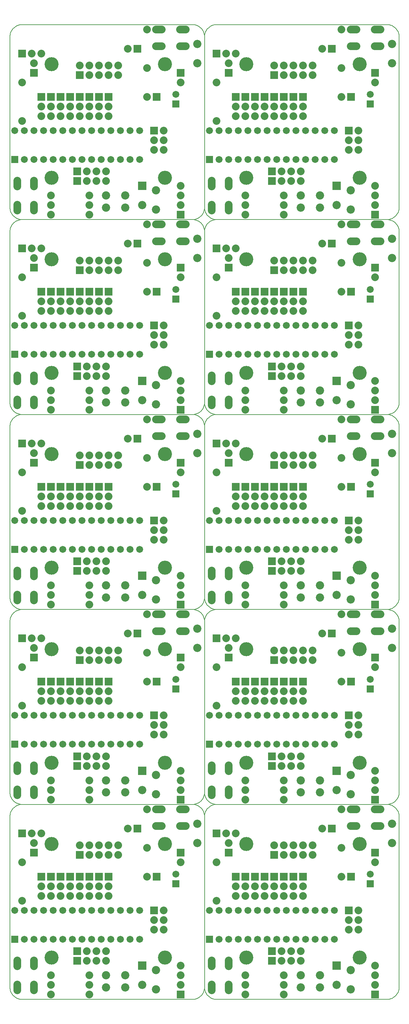
<source format=gts>
G04 CAM350 PRO V7.5.1 (Build 197) Date:  Wed Jun 01 08:59:28 2011 *
G04 Database: (Untitled) *
G04 Layer 4: skymega-Mask_Fr *
%FSLAX34Y34*%
%MOIN*%
%SFA1.000B1.000*%

%MIA0B0*%
%IPPOS*%
%ADD12C,0.00500*%
%ADD70R,0.08000X0.08000*%
%ADD71C,0.08000*%
%ADD25C,0.14600*%
%ADD26R,0.07200X0.07200*%
%ADD27C,0.07200*%
%ADD28O,0.14000X0.08000*%
%ADD29O,0.08000X0.14000*%
%ADD72R,0.08600X0.08600*%
%ADD73C,0.08600*%
%LNskymega-Mask_Fr*%
%LPD*%
G54D70*
X60500Y-43750D03*
G54D71*
Y-42750D03*
Y-41750D03*
Y-40750D03*
G54D25*
X58890Y-39920D03*
X47080Y-28110D03*
X58890D03*
G54D26*
X43250Y-38000D03*
G54D27*
X44250D03*
X45250D03*
X46250D03*
X47250D03*
X48250D03*
X49250D03*
X50250D03*
X51250D03*
X52250D03*
X53250D03*
X54250D03*
X55250D03*
X56250D03*
Y-35000D03*
X55250D03*
X54250D03*
X53250D03*
X52250D03*
X51250D03*
X50250D03*
X49250D03*
X48250D03*
X47250D03*
X46250D03*
X45250D03*
X44250D03*
X43250D03*
G54D25*
X47080Y-39920D03*
G54D70*
X50000Y-29250D03*
G54D71*
X51000D03*
X52000D03*
X53000D03*
X54000D03*
X50000Y-28250D03*
X51000D03*
X52000D03*
X53000D03*
X54000D03*
G54D28*
X58250Y-24500D03*
X60750D03*
X58250Y-26250D03*
X60750D03*
G54D29*
X45250Y-40500D03*
Y-43000D03*
X43500Y-40500D03*
Y-43000D03*
G54D70*
X46000Y-31500D03*
G54D71*
Y-32500D03*
Y-33500D03*
G54D70*
X47000Y-31500D03*
G54D71*
Y-32500D03*
Y-33500D03*
G54D70*
X48000Y-31500D03*
G54D71*
Y-32500D03*
Y-33500D03*
G54D70*
X49000Y-31500D03*
G54D71*
Y-32500D03*
Y-33500D03*
G54D70*
X50000Y-31500D03*
G54D71*
Y-32500D03*
Y-33500D03*
G54D70*
X51000Y-31500D03*
G54D71*
Y-32500D03*
Y-33500D03*
G54D70*
X52000Y-31500D03*
G54D71*
Y-32500D03*
Y-33500D03*
G54D70*
X53000Y-31500D03*
G54D71*
Y-32500D03*
Y-33500D03*
X51000Y-43750D03*
X47000D03*
X51000Y-41750D03*
X47000D03*
X51000Y-42750D03*
X47000D03*
X57000Y-24500D03*
Y-28500D03*
X44000Y-34000D03*
Y-30000D03*
G54D70*
X49750Y-39250D03*
G54D71*
X50750D03*
X51750D03*
X52750D03*
G54D70*
X49750Y-40250D03*
G54D71*
X50750D03*
X51750D03*
X52750D03*
G54D72*
X56500Y-40750D03*
G54D73*
Y-42750D03*
X54750Y-43000D03*
X52750D03*
X54750Y-41750D03*
X52750D03*
G54D27*
X60000Y-31250D03*
G54D26*
Y-32250D03*
G54D73*
X62250Y-28000D03*
Y-26000D03*
G54D70*
X56000Y-26500D03*
G54D71*
X55000D03*
G54D70*
X58000Y-31500D03*
G54D71*
X57000D03*
G54D70*
X60500Y-29000D03*
G54D71*
Y-30000D03*
G54D70*
X45250Y-29000D03*
G54D71*
Y-28000D03*
G54D70*
X44000Y-27000D03*
G54D71*
X45000D03*
X46000D03*
G54D70*
X57750Y-35000D03*
G54D71*
Y-36000D03*
Y-37000D03*
X58750Y-35000D03*
Y-36000D03*
Y-37000D03*
G54D73*
X57950Y-43200D03*
Y-41200D03*
G54D70*
X80750Y-43750D03*
G54D71*
Y-42750D03*
Y-41750D03*
Y-40750D03*
G54D25*
X79140Y-39920D03*
X67330Y-28110D03*
X79140D03*
G54D26*
X63500Y-38000D03*
G54D27*
X64500D03*
X65500D03*
X66500D03*
X67500D03*
X68500D03*
X69500D03*
X70500D03*
X71500D03*
X72500D03*
X73500D03*
X74500D03*
X75500D03*
X76500D03*
Y-35000D03*
X75500D03*
X74500D03*
X73500D03*
X72500D03*
X71500D03*
X70500D03*
X69500D03*
X68500D03*
X67500D03*
X66500D03*
X65500D03*
X64500D03*
X63500D03*
G54D25*
X67330Y-39920D03*
G54D70*
X70250Y-29250D03*
G54D71*
X71250D03*
X72250D03*
X73250D03*
X74250D03*
X70250Y-28250D03*
X71250D03*
X72250D03*
X73250D03*
X74250D03*
G54D28*
X78500Y-24500D03*
X81000D03*
X78500Y-26250D03*
X81000D03*
G54D29*
X65500Y-40500D03*
Y-43000D03*
X63750Y-40500D03*
Y-43000D03*
G54D70*
X66250Y-31500D03*
G54D71*
Y-32500D03*
Y-33500D03*
G54D70*
X67250Y-31500D03*
G54D71*
Y-32500D03*
Y-33500D03*
G54D70*
X68250Y-31500D03*
G54D71*
Y-32500D03*
Y-33500D03*
G54D70*
X69250Y-31500D03*
G54D71*
Y-32500D03*
Y-33500D03*
G54D70*
X70250Y-31500D03*
G54D71*
Y-32500D03*
Y-33500D03*
G54D70*
X71250Y-31500D03*
G54D71*
Y-32500D03*
Y-33500D03*
G54D70*
X72250Y-31500D03*
G54D71*
Y-32500D03*
Y-33500D03*
G54D70*
X73250Y-31500D03*
G54D71*
Y-32500D03*
Y-33500D03*
X71250Y-43750D03*
X67250D03*
X71250Y-41750D03*
X67250D03*
X71250Y-42750D03*
X67250D03*
X77250Y-24500D03*
Y-28500D03*
X64250Y-34000D03*
Y-30000D03*
G54D70*
X70000Y-39250D03*
G54D71*
X71000D03*
X72000D03*
X73000D03*
G54D70*
X70000Y-40250D03*
G54D71*
X71000D03*
X72000D03*
X73000D03*
G54D72*
X76750Y-40750D03*
G54D73*
Y-42750D03*
X75000Y-43000D03*
X73000D03*
X75000Y-41750D03*
X73000D03*
G54D27*
X80250Y-31250D03*
G54D26*
Y-32250D03*
G54D73*
X82500Y-28000D03*
Y-26000D03*
G54D70*
X76250Y-26500D03*
G54D71*
X75250D03*
G54D70*
X78250Y-31500D03*
G54D71*
X77250D03*
G54D70*
X80750Y-29000D03*
G54D71*
Y-30000D03*
G54D70*
X65500Y-29000D03*
G54D71*
Y-28000D03*
G54D70*
X64250Y-27000D03*
G54D71*
X65250D03*
X66250D03*
G54D70*
X78000Y-35000D03*
G54D71*
Y-36000D03*
Y-37000D03*
X79000Y-35000D03*
Y-36000D03*
Y-37000D03*
G54D73*
X78200Y-43200D03*
Y-41200D03*
G54D70*
X60500Y-23500D03*
G54D71*
Y-22500D03*
Y-21500D03*
Y-20500D03*
G54D25*
X58890Y-19670D03*
X47080Y-7860D03*
X58890D03*
G54D26*
X43250Y-17750D03*
G54D27*
X44250D03*
X45250D03*
X46250D03*
X47250D03*
X48250D03*
X49250D03*
X50250D03*
X51250D03*
X52250D03*
X53250D03*
X54250D03*
X55250D03*
X56250D03*
Y-14750D03*
X55250D03*
X54250D03*
X53250D03*
X52250D03*
X51250D03*
X50250D03*
X49250D03*
X48250D03*
X47250D03*
X46250D03*
X45250D03*
X44250D03*
X43250D03*
G54D25*
X47080Y-19670D03*
G54D70*
X50000Y-9000D03*
G54D71*
X51000D03*
X52000D03*
X53000D03*
X54000D03*
X50000Y-8000D03*
X51000D03*
X52000D03*
X53000D03*
X54000D03*
G54D28*
X58250Y-4250D03*
X60750D03*
X58250Y-6000D03*
X60750D03*
G54D29*
X45250Y-20250D03*
Y-22750D03*
X43500Y-20250D03*
Y-22750D03*
G54D70*
X46000Y-11250D03*
G54D71*
Y-12250D03*
Y-13250D03*
G54D70*
X47000Y-11250D03*
G54D71*
Y-12250D03*
Y-13250D03*
G54D70*
X48000Y-11250D03*
G54D71*
Y-12250D03*
Y-13250D03*
G54D70*
X49000Y-11250D03*
G54D71*
Y-12250D03*
Y-13250D03*
G54D70*
X50000Y-11250D03*
G54D71*
Y-12250D03*
Y-13250D03*
G54D70*
X51000Y-11250D03*
G54D71*
Y-12250D03*
Y-13250D03*
G54D70*
X52000Y-11250D03*
G54D71*
Y-12250D03*
Y-13250D03*
G54D70*
X53000Y-11250D03*
G54D71*
Y-12250D03*
Y-13250D03*
X51000Y-23500D03*
X47000D03*
X51000Y-21500D03*
X47000D03*
X51000Y-22500D03*
X47000D03*
X57000Y-4250D03*
Y-8250D03*
X44000Y-13750D03*
Y-9750D03*
G54D70*
X49750Y-19000D03*
G54D71*
X50750D03*
X51750D03*
X52750D03*
G54D70*
X49750Y-20000D03*
G54D71*
X50750D03*
X51750D03*
X52750D03*
G54D72*
X56500Y-20500D03*
G54D73*
Y-22500D03*
X54750Y-22750D03*
X52750D03*
X54750Y-21500D03*
X52750D03*
G54D27*
X60000Y-11000D03*
G54D26*
Y-12000D03*
G54D73*
X62250Y-7750D03*
Y-5750D03*
G54D70*
X56000Y-6250D03*
G54D71*
X55000D03*
G54D70*
X58000Y-11250D03*
G54D71*
X57000D03*
G54D70*
X60500Y-8750D03*
G54D71*
Y-9750D03*
G54D70*
X45250Y-8750D03*
G54D71*
Y-7750D03*
G54D70*
X44000Y-6750D03*
G54D71*
X45000D03*
X46000D03*
G54D70*
X57750Y-14750D03*
G54D71*
Y-15750D03*
Y-16750D03*
X58750Y-14750D03*
Y-15750D03*
Y-16750D03*
G54D73*
X57950Y-22950D03*
Y-20950D03*
G54D70*
X80750Y-23500D03*
G54D71*
Y-22500D03*
Y-21500D03*
Y-20500D03*
G54D25*
X79140Y-19670D03*
X67330Y-7860D03*
X79140D03*
G54D26*
X63500Y-17750D03*
G54D27*
X64500D03*
X65500D03*
X66500D03*
X67500D03*
X68500D03*
X69500D03*
X70500D03*
X71500D03*
X72500D03*
X73500D03*
X74500D03*
X75500D03*
X76500D03*
Y-14750D03*
X75500D03*
X74500D03*
X73500D03*
X72500D03*
X71500D03*
X70500D03*
X69500D03*
X68500D03*
X67500D03*
X66500D03*
X65500D03*
X64500D03*
X63500D03*
G54D25*
X67330Y-19670D03*
G54D70*
X70250Y-9000D03*
G54D71*
X71250D03*
X72250D03*
X73250D03*
X74250D03*
X70250Y-8000D03*
X71250D03*
X72250D03*
X73250D03*
X74250D03*
G54D28*
X78500Y-4250D03*
X81000D03*
X78500Y-6000D03*
X81000D03*
G54D29*
X65500Y-20250D03*
Y-22750D03*
X63750Y-20250D03*
Y-22750D03*
G54D70*
X66250Y-11250D03*
G54D71*
Y-12250D03*
Y-13250D03*
G54D70*
X67250Y-11250D03*
G54D71*
Y-12250D03*
Y-13250D03*
G54D70*
X68250Y-11250D03*
G54D71*
Y-12250D03*
Y-13250D03*
G54D70*
X69250Y-11250D03*
G54D71*
Y-12250D03*
Y-13250D03*
G54D70*
X70250Y-11250D03*
G54D71*
Y-12250D03*
Y-13250D03*
G54D70*
X71250Y-11250D03*
G54D71*
Y-12250D03*
Y-13250D03*
G54D70*
X72250Y-11250D03*
G54D71*
Y-12250D03*
Y-13250D03*
G54D70*
X73250Y-11250D03*
G54D71*
Y-12250D03*
Y-13250D03*
X71250Y-23500D03*
X67250D03*
X71250Y-21500D03*
X67250D03*
X71250Y-22500D03*
X67250D03*
X77250Y-4250D03*
Y-8250D03*
X64250Y-13750D03*
Y-9750D03*
G54D70*
X70000Y-19000D03*
G54D71*
X71000D03*
X72000D03*
X73000D03*
G54D70*
X70000Y-20000D03*
G54D71*
X71000D03*
X72000D03*
X73000D03*
G54D72*
X76750Y-20500D03*
G54D73*
Y-22500D03*
X75000Y-22750D03*
X73000D03*
X75000Y-21500D03*
X73000D03*
G54D27*
X80250Y-11000D03*
G54D26*
Y-12000D03*
G54D73*
X82500Y-7750D03*
Y-5750D03*
G54D70*
X76250Y-6250D03*
G54D71*
X75250D03*
G54D70*
X78250Y-11250D03*
G54D71*
X77250D03*
G54D70*
X80750Y-8750D03*
G54D71*
Y-9750D03*
G54D70*
X65500Y-8750D03*
G54D71*
Y-7750D03*
G54D70*
X64250Y-6750D03*
G54D71*
X65250D03*
X66250D03*
G54D70*
X78000Y-14750D03*
G54D71*
Y-15750D03*
Y-16750D03*
X79000Y-14750D03*
Y-15750D03*
Y-16750D03*
G54D73*
X78200Y-22950D03*
Y-20950D03*
G54D70*
X60500Y-3250D03*
G54D71*
Y-2250D03*
Y-1250D03*
Y-250D03*
G54D25*
X58890Y580D03*
X47080Y12390D03*
X58890D03*
G54D26*
X43250Y2500D03*
G54D27*
X44250D03*
X45250D03*
X46250D03*
X47250D03*
X48250D03*
X49250D03*
X50250D03*
X51250D03*
X52250D03*
X53250D03*
X54250D03*
X55250D03*
X56250D03*
Y5500D03*
X55250D03*
X54250D03*
X53250D03*
X52250D03*
X51250D03*
X50250D03*
X49250D03*
X48250D03*
X47250D03*
X46250D03*
X45250D03*
X44250D03*
X43250D03*
G54D25*
X47080Y580D03*
G54D70*
X50000Y11250D03*
G54D71*
X51000D03*
X52000D03*
X53000D03*
X54000D03*
X50000Y12250D03*
X51000D03*
X52000D03*
X53000D03*
X54000D03*
G54D28*
X58250Y16000D03*
X60750D03*
X58250Y14250D03*
X60750D03*
G54D29*
X45250Y0D03*
Y-2500D03*
X43500Y0D03*
Y-2500D03*
G54D70*
X46000Y9000D03*
G54D71*
Y8000D03*
Y7000D03*
G54D70*
X47000Y9000D03*
G54D71*
Y8000D03*
Y7000D03*
G54D70*
X48000Y9000D03*
G54D71*
Y8000D03*
Y7000D03*
G54D70*
X49000Y9000D03*
G54D71*
Y8000D03*
Y7000D03*
G54D70*
X50000Y9000D03*
G54D71*
Y8000D03*
Y7000D03*
G54D70*
X51000Y9000D03*
G54D71*
Y8000D03*
Y7000D03*
G54D70*
X52000Y9000D03*
G54D71*
Y8000D03*
Y7000D03*
G54D70*
X53000Y9000D03*
G54D71*
Y8000D03*
Y7000D03*
X51000Y-3250D03*
X47000D03*
X51000Y-1250D03*
X47000D03*
X51000Y-2250D03*
X47000D03*
X57000Y16000D03*
Y12000D03*
X44000Y6500D03*
Y10500D03*
G54D70*
X49750Y1250D03*
G54D71*
X50750D03*
X51750D03*
X52750D03*
G54D70*
X49750Y250D03*
G54D71*
X50750D03*
X51750D03*
X52750D03*
G54D72*
X56500Y-250D03*
G54D73*
Y-2250D03*
X54750Y-2500D03*
X52750D03*
X54750Y-1250D03*
X52750D03*
G54D27*
X60000Y9250D03*
G54D26*
Y8250D03*
G54D73*
X62250Y12500D03*
Y14500D03*
G54D70*
X56000Y14000D03*
G54D71*
X55000D03*
G54D70*
X58000Y9000D03*
G54D71*
X57000D03*
G54D70*
X60500Y11500D03*
G54D71*
Y10500D03*
G54D70*
X45250Y11500D03*
G54D71*
Y12500D03*
G54D70*
X44000Y13500D03*
G54D71*
X45000D03*
X46000D03*
G54D70*
X57750Y5500D03*
G54D71*
Y4500D03*
Y3500D03*
X58750Y5500D03*
Y4500D03*
Y3500D03*
G54D73*
X57950Y-2700D03*
Y-700D03*
G54D70*
X80750Y-3250D03*
G54D71*
Y-2250D03*
Y-1250D03*
Y-250D03*
G54D25*
X79140Y580D03*
X67330Y12390D03*
X79140D03*
G54D26*
X63500Y2500D03*
G54D27*
X64500D03*
X65500D03*
X66500D03*
X67500D03*
X68500D03*
X69500D03*
X70500D03*
X71500D03*
X72500D03*
X73500D03*
X74500D03*
X75500D03*
X76500D03*
Y5500D03*
X75500D03*
X74500D03*
X73500D03*
X72500D03*
X71500D03*
X70500D03*
X69500D03*
X68500D03*
X67500D03*
X66500D03*
X65500D03*
X64500D03*
X63500D03*
G54D25*
X67330Y580D03*
G54D70*
X70250Y11250D03*
G54D71*
X71250D03*
X72250D03*
X73250D03*
X74250D03*
X70250Y12250D03*
X71250D03*
X72250D03*
X73250D03*
X74250D03*
G54D28*
X78500Y16000D03*
X81000D03*
X78500Y14250D03*
X81000D03*
G54D29*
X65500Y0D03*
Y-2500D03*
X63750Y0D03*
Y-2500D03*
G54D70*
X66250Y9000D03*
G54D71*
Y8000D03*
Y7000D03*
G54D70*
X67250Y9000D03*
G54D71*
Y8000D03*
Y7000D03*
G54D70*
X68250Y9000D03*
G54D71*
Y8000D03*
Y7000D03*
G54D70*
X69250Y9000D03*
G54D71*
Y8000D03*
Y7000D03*
G54D70*
X70250Y9000D03*
G54D71*
Y8000D03*
Y7000D03*
G54D70*
X71250Y9000D03*
G54D71*
Y8000D03*
Y7000D03*
G54D70*
X72250Y9000D03*
G54D71*
Y8000D03*
Y7000D03*
G54D70*
X73250Y9000D03*
G54D71*
Y8000D03*
Y7000D03*
X71250Y-3250D03*
X67250D03*
X71250Y-1250D03*
X67250D03*
X71250Y-2250D03*
X67250D03*
X77250Y16000D03*
Y12000D03*
X64250Y6500D03*
Y10500D03*
G54D70*
X70000Y1250D03*
G54D71*
X71000D03*
X72000D03*
X73000D03*
G54D70*
X70000Y250D03*
G54D71*
X71000D03*
X72000D03*
X73000D03*
G54D72*
X76750Y-250D03*
G54D73*
Y-2250D03*
X75000Y-2500D03*
X73000D03*
X75000Y-1250D03*
X73000D03*
G54D27*
X80250Y9250D03*
G54D26*
Y8250D03*
G54D73*
X82500Y12500D03*
Y14500D03*
G54D70*
X76250Y14000D03*
G54D71*
X75250D03*
G54D70*
X78250Y9000D03*
G54D71*
X77250D03*
G54D70*
X80750Y11500D03*
G54D71*
Y10500D03*
G54D70*
X65500Y11500D03*
G54D71*
Y12500D03*
G54D70*
X64250Y13500D03*
G54D71*
X65250D03*
X66250D03*
G54D70*
X78000Y5500D03*
G54D71*
Y4500D03*
Y3500D03*
X79000Y5500D03*
Y4500D03*
Y3500D03*
G54D73*
X78200Y-2700D03*
Y-700D03*
G54D70*
X60500Y17000D03*
G54D71*
Y18000D03*
Y19000D03*
Y20000D03*
G54D25*
X58890Y20830D03*
X47080Y32640D03*
X58890D03*
G54D26*
X43250Y22750D03*
G54D27*
X44250D03*
X45250D03*
X46250D03*
X47250D03*
X48250D03*
X49250D03*
X50250D03*
X51250D03*
X52250D03*
X53250D03*
X54250D03*
X55250D03*
X56250D03*
Y25750D03*
X55250D03*
X54250D03*
X53250D03*
X52250D03*
X51250D03*
X50250D03*
X49250D03*
X48250D03*
X47250D03*
X46250D03*
X45250D03*
X44250D03*
X43250D03*
G54D25*
X47080Y20830D03*
G54D70*
X50000Y31500D03*
G54D71*
X51000D03*
X52000D03*
X53000D03*
X54000D03*
X50000Y32500D03*
X51000D03*
X52000D03*
X53000D03*
X54000D03*
G54D28*
X58250Y36250D03*
X60750D03*
X58250Y34500D03*
X60750D03*
G54D29*
X45250Y20250D03*
Y17750D03*
X43500Y20250D03*
Y17750D03*
G54D70*
X46000Y29250D03*
G54D71*
Y28250D03*
Y27250D03*
G54D70*
X47000Y29250D03*
G54D71*
Y28250D03*
Y27250D03*
G54D70*
X48000Y29250D03*
G54D71*
Y28250D03*
Y27250D03*
G54D70*
X49000Y29250D03*
G54D71*
Y28250D03*
Y27250D03*
G54D70*
X50000Y29250D03*
G54D71*
Y28250D03*
Y27250D03*
G54D70*
X51000Y29250D03*
G54D71*
Y28250D03*
Y27250D03*
G54D70*
X52000Y29250D03*
G54D71*
Y28250D03*
Y27250D03*
G54D70*
X53000Y29250D03*
G54D71*
Y28250D03*
Y27250D03*
X51000Y17000D03*
X47000D03*
X51000Y19000D03*
X47000D03*
X51000Y18000D03*
X47000D03*
X57000Y36250D03*
Y32250D03*
X44000Y26750D03*
Y30750D03*
G54D70*
X49750Y21500D03*
G54D71*
X50750D03*
X51750D03*
X52750D03*
G54D70*
X49750Y20500D03*
G54D71*
X50750D03*
X51750D03*
X52750D03*
G54D72*
X56500Y20000D03*
G54D73*
Y18000D03*
X54750Y17750D03*
X52750D03*
X54750Y19000D03*
X52750D03*
G54D27*
X60000Y29500D03*
G54D26*
Y28500D03*
G54D73*
X62250Y32750D03*
Y34750D03*
G54D70*
X56000Y34250D03*
G54D71*
X55000D03*
G54D70*
X58000Y29250D03*
G54D71*
X57000D03*
G54D70*
X60500Y31750D03*
G54D71*
Y30750D03*
G54D70*
X45250Y31750D03*
G54D71*
Y32750D03*
G54D70*
X44000Y33750D03*
G54D71*
X45000D03*
X46000D03*
G54D70*
X57750Y25750D03*
G54D71*
Y24750D03*
Y23750D03*
X58750Y25750D03*
Y24750D03*
Y23750D03*
G54D73*
X57950Y17550D03*
Y19550D03*
G54D70*
X80750Y17000D03*
G54D71*
Y18000D03*
Y19000D03*
Y20000D03*
G54D25*
X79140Y20830D03*
X67330Y32640D03*
X79140D03*
G54D26*
X63500Y22750D03*
G54D27*
X64500D03*
X65500D03*
X66500D03*
X67500D03*
X68500D03*
X69500D03*
X70500D03*
X71500D03*
X72500D03*
X73500D03*
X74500D03*
X75500D03*
X76500D03*
Y25750D03*
X75500D03*
X74500D03*
X73500D03*
X72500D03*
X71500D03*
X70500D03*
X69500D03*
X68500D03*
X67500D03*
X66500D03*
X65500D03*
X64500D03*
X63500D03*
G54D25*
X67330Y20830D03*
G54D70*
X70250Y31500D03*
G54D71*
X71250D03*
X72250D03*
X73250D03*
X74250D03*
X70250Y32500D03*
X71250D03*
X72250D03*
X73250D03*
X74250D03*
G54D28*
X78500Y36250D03*
X81000D03*
X78500Y34500D03*
X81000D03*
G54D29*
X65500Y20250D03*
Y17750D03*
X63750Y20250D03*
Y17750D03*
G54D70*
X66250Y29250D03*
G54D71*
Y28250D03*
Y27250D03*
G54D70*
X67250Y29250D03*
G54D71*
Y28250D03*
Y27250D03*
G54D70*
X68250Y29250D03*
G54D71*
Y28250D03*
Y27250D03*
G54D70*
X69250Y29250D03*
G54D71*
Y28250D03*
Y27250D03*
G54D70*
X70250Y29250D03*
G54D71*
Y28250D03*
Y27250D03*
G54D70*
X71250Y29250D03*
G54D71*
Y28250D03*
Y27250D03*
G54D70*
X72250Y29250D03*
G54D71*
Y28250D03*
Y27250D03*
G54D70*
X73250Y29250D03*
G54D71*
Y28250D03*
Y27250D03*
X71250Y17000D03*
X67250D03*
X71250Y19000D03*
X67250D03*
X71250Y18000D03*
X67250D03*
X77250Y36250D03*
Y32250D03*
X64250Y26750D03*
Y30750D03*
G54D70*
X70000Y21500D03*
G54D71*
X71000D03*
X72000D03*
X73000D03*
G54D70*
X70000Y20500D03*
G54D71*
X71000D03*
X72000D03*
X73000D03*
G54D72*
X76750Y20000D03*
G54D73*
Y18000D03*
X75000Y17750D03*
X73000D03*
X75000Y19000D03*
X73000D03*
G54D27*
X80250Y29500D03*
G54D26*
Y28500D03*
G54D73*
X82500Y32750D03*
Y34750D03*
G54D70*
X76250Y34250D03*
G54D71*
X75250D03*
G54D70*
X78250Y29250D03*
G54D71*
X77250D03*
G54D70*
X80750Y31750D03*
G54D71*
Y30750D03*
G54D70*
X65500Y31750D03*
G54D71*
Y32750D03*
G54D70*
X64250Y33750D03*
G54D71*
X65250D03*
X66250D03*
G54D70*
X78000Y25750D03*
G54D71*
Y24750D03*
Y23750D03*
X79000Y25750D03*
Y24750D03*
Y23750D03*
G54D73*
X78200Y17550D03*
Y19550D03*
G54D70*
X60500Y37250D03*
G54D71*
Y38250D03*
Y39250D03*
Y40250D03*
G54D25*
X58890Y41080D03*
X47080Y52890D03*
X58890D03*
G54D26*
X43250Y43000D03*
G54D27*
X44250D03*
X45250D03*
X46250D03*
X47250D03*
X48250D03*
X49250D03*
X50250D03*
X51250D03*
X52250D03*
X53250D03*
X54250D03*
X55250D03*
X56250D03*
Y46000D03*
X55250D03*
X54250D03*
X53250D03*
X52250D03*
X51250D03*
X50250D03*
X49250D03*
X48250D03*
X47250D03*
X46250D03*
X45250D03*
X44250D03*
X43250D03*
G54D25*
X47080Y41080D03*
G54D70*
X50000Y51750D03*
G54D71*
X51000D03*
X52000D03*
X53000D03*
X54000D03*
X50000Y52750D03*
X51000D03*
X52000D03*
X53000D03*
X54000D03*
G54D28*
X58250Y56500D03*
X60750D03*
X58250Y54750D03*
X60750D03*
G54D29*
X45250Y40500D03*
Y38000D03*
X43500Y40500D03*
Y38000D03*
G54D70*
X46000Y49500D03*
G54D71*
Y48500D03*
Y47500D03*
G54D70*
X47000Y49500D03*
G54D71*
Y48500D03*
Y47500D03*
G54D70*
X48000Y49500D03*
G54D71*
Y48500D03*
Y47500D03*
G54D70*
X49000Y49500D03*
G54D71*
Y48500D03*
Y47500D03*
G54D70*
X50000Y49500D03*
G54D71*
Y48500D03*
Y47500D03*
G54D70*
X51000Y49500D03*
G54D71*
Y48500D03*
Y47500D03*
G54D70*
X52000Y49500D03*
G54D71*
Y48500D03*
Y47500D03*
G54D70*
X53000Y49500D03*
G54D71*
Y48500D03*
Y47500D03*
X51000Y37250D03*
X47000D03*
X51000Y39250D03*
X47000D03*
X51000Y38250D03*
X47000D03*
X57000Y56500D03*
Y52500D03*
X44000Y47000D03*
Y51000D03*
G54D70*
X49750Y41750D03*
G54D71*
X50750D03*
X51750D03*
X52750D03*
G54D70*
X49750Y40750D03*
G54D71*
X50750D03*
X51750D03*
X52750D03*
G54D72*
X56500Y40250D03*
G54D73*
Y38250D03*
X54750Y38000D03*
X52750D03*
X54750Y39250D03*
X52750D03*
G54D27*
X60000Y49750D03*
G54D26*
Y48750D03*
G54D73*
X62250Y53000D03*
Y55000D03*
G54D70*
X56000Y54500D03*
G54D71*
X55000D03*
G54D70*
X58000Y49500D03*
G54D71*
X57000D03*
G54D70*
X60500Y52000D03*
G54D71*
Y51000D03*
G54D70*
X45250Y52000D03*
G54D71*
Y53000D03*
G54D70*
X44000Y54000D03*
G54D71*
X45000D03*
X46000D03*
G54D70*
X57750Y46000D03*
G54D71*
Y45000D03*
Y44000D03*
X58750Y46000D03*
Y45000D03*
Y44000D03*
G54D73*
X57950Y37800D03*
Y39800D03*
G54D70*
X80750Y37250D03*
G54D71*
Y38250D03*
Y39250D03*
Y40250D03*
G54D25*
X79140Y41080D03*
X67330Y52890D03*
X79140D03*
G54D26*
X63500Y43000D03*
G54D27*
X64500D03*
X65500D03*
X66500D03*
X67500D03*
X68500D03*
X69500D03*
X70500D03*
X71500D03*
X72500D03*
X73500D03*
X74500D03*
X75500D03*
X76500D03*
Y46000D03*
X75500D03*
X74500D03*
X73500D03*
X72500D03*
X71500D03*
X70500D03*
X69500D03*
X68500D03*
X67500D03*
X66500D03*
X65500D03*
X64500D03*
X63500D03*
G54D25*
X67330Y41080D03*
G54D70*
X70250Y51750D03*
G54D71*
X71250D03*
X72250D03*
X73250D03*
X74250D03*
X70250Y52750D03*
X71250D03*
X72250D03*
X73250D03*
X74250D03*
G54D28*
X78500Y56500D03*
X81000D03*
X78500Y54750D03*
X81000D03*
G54D29*
X65500Y40500D03*
Y38000D03*
X63750Y40500D03*
Y38000D03*
G54D70*
X66250Y49500D03*
G54D71*
Y48500D03*
Y47500D03*
G54D70*
X67250Y49500D03*
G54D71*
Y48500D03*
Y47500D03*
G54D70*
X68250Y49500D03*
G54D71*
Y48500D03*
Y47500D03*
G54D70*
X69250Y49500D03*
G54D71*
Y48500D03*
Y47500D03*
G54D70*
X70250Y49500D03*
G54D71*
Y48500D03*
Y47500D03*
G54D70*
X71250Y49500D03*
G54D71*
Y48500D03*
Y47500D03*
G54D70*
X72250Y49500D03*
G54D71*
Y48500D03*
Y47500D03*
G54D70*
X73250Y49500D03*
G54D71*
Y48500D03*
Y47500D03*
X71250Y37250D03*
X67250D03*
X71250Y39250D03*
X67250D03*
X71250Y38250D03*
X67250D03*
X77250Y56500D03*
Y52500D03*
X64250Y47000D03*
Y51000D03*
G54D70*
X70000Y41750D03*
G54D71*
X71000D03*
X72000D03*
X73000D03*
G54D70*
X70000Y40750D03*
G54D71*
X71000D03*
X72000D03*
X73000D03*
G54D72*
X76750Y40250D03*
G54D73*
Y38250D03*
X75000Y38000D03*
X73000D03*
X75000Y39250D03*
X73000D03*
G54D27*
X80250Y49750D03*
G54D26*
Y48750D03*
G54D73*
X82500Y53000D03*
Y55000D03*
G54D70*
X76250Y54500D03*
G54D71*
X75250D03*
G54D70*
X78250Y49500D03*
G54D71*
X77250D03*
G54D70*
X80750Y52000D03*
G54D71*
Y51000D03*
G54D70*
X65500Y52000D03*
G54D71*
Y53000D03*
G54D70*
X64250Y54000D03*
G54D71*
X65250D03*
X66250D03*
G54D70*
X78000Y46000D03*
G54D71*
Y45000D03*
Y44000D03*
X79000Y46000D03*
Y45000D03*
Y44000D03*
G54D73*
X78200Y37800D03*
Y39800D03*
G54D12*
X44000Y-24000D02*
G01X61750D01*
X42750Y-25250D02*
G01Y-43000D01*
X44000Y-24000D02*
G01X43892Y-24005D01*
X43783Y-24019*
X43677Y-24043*
X43573Y-24076*
X43472Y-24118*
X43376Y-24168*
X43284Y-24227*
X43197Y-24293*
X43117Y-24367*
X43043Y-24447*
X42977Y-24534*
X42918Y-24626*
X42868Y-24722*
X42826Y-24823*
X42793Y-24927*
X42769Y-25033*
X42755Y-25142*
X42750Y-25250*
X63000Y-43000D02*
G01Y-25250D01*
Y-25250D02*
G01X62995Y-25142D01*
X62981Y-25033*
X62957Y-24927*
X62924Y-24823*
X62882Y-24722*
X62832Y-24626*
X62773Y-24534*
X62707Y-24447*
X62633Y-24367*
X62553Y-24293*
X62466Y-24227*
X62375Y-24168*
X62278Y-24118*
X62177Y-24076*
X62073Y-24043*
X61967Y-24019*
X61858Y-24005*
X61750Y-24000*
X44000Y-44250D02*
G01X61750D01*
Y-44250D02*
G01X61858Y-44245D01*
X61967Y-44231*
X62073Y-44207*
X62177Y-44174*
X62278Y-44132*
X62375Y-44082*
X62466Y-44023*
X62553Y-43957*
X62633Y-43883*
X62707Y-43803*
X62773Y-43716*
X62832Y-43624*
X62882Y-43528*
X62924Y-43427*
X62957Y-43323*
X62981Y-43217*
X62995Y-43108*
X63000Y-43000*
X42750D02*
G01X42755Y-43108D01*
X42769Y-43217*
X42793Y-43323*
X42826Y-43427*
X42868Y-43528*
X42918Y-43624*
X42977Y-43716*
X43043Y-43803*
X43117Y-43883*
X43197Y-43957*
X43284Y-44023*
X43376Y-44082*
X43472Y-44132*
X43573Y-44174*
X43677Y-44207*
X43783Y-44231*
X43892Y-44245*
X44000Y-44250*
X64250Y-24000D02*
G01X82000D01*
X63000Y-25250D02*
G01Y-43000D01*
X64250Y-24000D02*
G01X64142Y-24005D01*
X64033Y-24019*
X63927Y-24043*
X63823Y-24076*
X63722Y-24118*
X63626Y-24168*
X63534Y-24227*
X63447Y-24293*
X63367Y-24367*
X63293Y-24447*
X63227Y-24534*
X63168Y-24626*
X63118Y-24722*
X63076Y-24823*
X63043Y-24927*
X63019Y-25033*
X63005Y-25142*
X63000Y-25250*
X83250Y-43000D02*
G01Y-25250D01*
Y-25250D02*
G01X83245Y-25142D01*
X83231Y-25033*
X83207Y-24927*
X83174Y-24823*
X83132Y-24722*
X83082Y-24626*
X83023Y-24534*
X82957Y-24447*
X82883Y-24367*
X82803Y-24293*
X82716Y-24227*
X82625Y-24168*
X82528Y-24118*
X82427Y-24076*
X82323Y-24043*
X82217Y-24019*
X82108Y-24005*
X82000Y-24000*
X64250Y-44250D02*
G01X82000D01*
Y-44250D02*
G01X82108Y-44245D01*
X82217Y-44231*
X82323Y-44207*
X82427Y-44174*
X82528Y-44132*
X82625Y-44082*
X82716Y-44023*
X82803Y-43957*
X82883Y-43883*
X82957Y-43803*
X83023Y-43716*
X83082Y-43624*
X83132Y-43528*
X83174Y-43427*
X83207Y-43323*
X83231Y-43217*
X83245Y-43108*
X83250Y-43000*
X63000D02*
G01X63005Y-43108D01*
X63019Y-43217*
X63043Y-43323*
X63076Y-43427*
X63118Y-43528*
X63168Y-43624*
X63227Y-43716*
X63293Y-43803*
X63367Y-43883*
X63447Y-43957*
X63534Y-44023*
X63626Y-44082*
X63722Y-44132*
X63823Y-44174*
X63927Y-44207*
X64033Y-44231*
X64142Y-44245*
X64250Y-44250*
X44000Y-3750D02*
G01X61750D01*
X42750Y-5000D02*
G01Y-22750D01*
X44000Y-3750D02*
G01X43892Y-3755D01*
X43783Y-3769*
X43677Y-3793*
X43573Y-3826*
X43472Y-3868*
X43376Y-3918*
X43284Y-3977*
X43197Y-4043*
X43117Y-4117*
X43043Y-4197*
X42977Y-4284*
X42918Y-4376*
X42868Y-4472*
X42826Y-4573*
X42793Y-4677*
X42769Y-4783*
X42755Y-4892*
X42750Y-5000*
X63000Y-22750D02*
G01Y-5000D01*
Y-5000D02*
G01X62995Y-4892D01*
X62981Y-4783*
X62957Y-4677*
X62924Y-4573*
X62882Y-4472*
X62832Y-4376*
X62773Y-4284*
X62707Y-4197*
X62633Y-4117*
X62553Y-4043*
X62466Y-3977*
X62375Y-3918*
X62278Y-3868*
X62177Y-3826*
X62073Y-3793*
X61967Y-3769*
X61858Y-3755*
X61750Y-3750*
X44000Y-24000D02*
G01X61750D01*
Y-24000D02*
G01X61858Y-23995D01*
X61967Y-23981*
X62073Y-23957*
X62177Y-23924*
X62278Y-23882*
X62375Y-23832*
X62466Y-23773*
X62553Y-23707*
X62633Y-23633*
X62707Y-23553*
X62773Y-23466*
X62832Y-23374*
X62882Y-23278*
X62924Y-23177*
X62957Y-23073*
X62981Y-22967*
X62995Y-22858*
X63000Y-22750*
X42750D02*
G01X42755Y-22858D01*
X42769Y-22967*
X42793Y-23073*
X42826Y-23177*
X42868Y-23278*
X42918Y-23374*
X42977Y-23466*
X43043Y-23553*
X43117Y-23633*
X43197Y-23707*
X43284Y-23773*
X43376Y-23832*
X43472Y-23882*
X43573Y-23924*
X43677Y-23957*
X43783Y-23981*
X43892Y-23995*
X44000Y-24000*
X64250Y-3750D02*
G01X82000D01*
X63000Y-5000D02*
G01Y-22750D01*
X64250Y-3750D02*
G01X64142Y-3755D01*
X64033Y-3769*
X63927Y-3793*
X63823Y-3826*
X63722Y-3868*
X63626Y-3918*
X63534Y-3977*
X63447Y-4043*
X63367Y-4117*
X63293Y-4197*
X63227Y-4284*
X63168Y-4376*
X63118Y-4472*
X63076Y-4573*
X63043Y-4677*
X63019Y-4783*
X63005Y-4892*
X63000Y-5000*
X83250Y-22750D02*
G01Y-5000D01*
Y-5000D02*
G01X83245Y-4892D01*
X83231Y-4783*
X83207Y-4677*
X83174Y-4573*
X83132Y-4472*
X83082Y-4376*
X83023Y-4284*
X82957Y-4197*
X82883Y-4117*
X82803Y-4043*
X82716Y-3977*
X82625Y-3918*
X82528Y-3868*
X82427Y-3826*
X82323Y-3793*
X82217Y-3769*
X82108Y-3755*
X82000Y-3750*
X64250Y-24000D02*
G01X82000D01*
Y-24000D02*
G01X82108Y-23995D01*
X82217Y-23981*
X82323Y-23957*
X82427Y-23924*
X82528Y-23882*
X82625Y-23832*
X82716Y-23773*
X82803Y-23707*
X82883Y-23633*
X82957Y-23553*
X83023Y-23466*
X83082Y-23374*
X83132Y-23278*
X83174Y-23177*
X83207Y-23073*
X83231Y-22967*
X83245Y-22858*
X83250Y-22750*
X63000D02*
G01X63005Y-22858D01*
X63019Y-22967*
X63043Y-23073*
X63076Y-23177*
X63118Y-23278*
X63168Y-23374*
X63227Y-23466*
X63293Y-23553*
X63367Y-23633*
X63447Y-23707*
X63534Y-23773*
X63626Y-23832*
X63722Y-23882*
X63823Y-23924*
X63927Y-23957*
X64033Y-23981*
X64142Y-23995*
X64250Y-24000*
X44000Y16500D02*
G01X61750D01*
X42750Y15250D02*
G01Y-2500D01*
X44000Y16500D02*
G01X43892Y16495D01*
X43783Y16481*
X43677Y16457*
X43573Y16424*
X43472Y16382*
X43376Y16332*
X43284Y16273*
X43197Y16207*
X43117Y16133*
X43043Y16053*
X42977Y15966*
X42918Y15874*
X42868Y15778*
X42826Y15677*
X42793Y15573*
X42769Y15467*
X42755Y15358*
X42750Y15250*
X63000Y-2500D02*
G01Y15250D01*
Y15250D02*
G01X62995Y15358D01*
X62981Y15467*
X62957Y15573*
X62924Y15677*
X62882Y15778*
X62832Y15874*
X62773Y15966*
X62707Y16053*
X62633Y16133*
X62553Y16207*
X62466Y16273*
X62375Y16332*
X62278Y16382*
X62177Y16424*
X62073Y16457*
X61967Y16481*
X61858Y16495*
X61750Y16500*
X44000Y-3750D02*
G01X61750D01*
Y-3750D02*
G01X61858Y-3745D01*
X61967Y-3731*
X62073Y-3707*
X62177Y-3674*
X62278Y-3632*
X62375Y-3582*
X62466Y-3523*
X62553Y-3457*
X62633Y-3383*
X62707Y-3303*
X62773Y-3216*
X62832Y-3124*
X62882Y-3028*
X62924Y-2927*
X62957Y-2823*
X62981Y-2717*
X62995Y-2608*
X63000Y-2500*
X42750D02*
G01X42755Y-2608D01*
X42769Y-2717*
X42793Y-2823*
X42826Y-2927*
X42868Y-3028*
X42918Y-3124*
X42977Y-3216*
X43043Y-3303*
X43117Y-3383*
X43197Y-3457*
X43284Y-3523*
X43376Y-3582*
X43472Y-3632*
X43573Y-3674*
X43677Y-3707*
X43783Y-3731*
X43892Y-3745*
X44000Y-3750*
X64250Y16500D02*
G01X82000D01*
X63000Y15250D02*
G01Y-2500D01*
X64250Y16500D02*
G01X64142Y16495D01*
X64033Y16481*
X63927Y16457*
X63823Y16424*
X63722Y16382*
X63626Y16332*
X63534Y16273*
X63447Y16207*
X63367Y16133*
X63293Y16053*
X63227Y15966*
X63168Y15874*
X63118Y15778*
X63076Y15677*
X63043Y15573*
X63019Y15467*
X63005Y15358*
X63000Y15250*
X83250Y-2500D02*
G01Y15250D01*
Y15250D02*
G01X83245Y15358D01*
X83231Y15467*
X83207Y15573*
X83174Y15677*
X83132Y15778*
X83082Y15874*
X83023Y15966*
X82957Y16053*
X82883Y16133*
X82803Y16207*
X82716Y16273*
X82625Y16332*
X82528Y16382*
X82427Y16424*
X82323Y16457*
X82217Y16481*
X82108Y16495*
X82000Y16500*
X64250Y-3750D02*
G01X82000D01*
Y-3750D02*
G01X82108Y-3745D01*
X82217Y-3731*
X82323Y-3707*
X82427Y-3674*
X82528Y-3632*
X82625Y-3582*
X82716Y-3523*
X82803Y-3457*
X82883Y-3383*
X82957Y-3303*
X83023Y-3216*
X83082Y-3124*
X83132Y-3028*
X83174Y-2927*
X83207Y-2823*
X83231Y-2717*
X83245Y-2608*
X83250Y-2500*
X63000D02*
G01X63005Y-2608D01*
X63019Y-2717*
X63043Y-2823*
X63076Y-2927*
X63118Y-3028*
X63168Y-3124*
X63227Y-3216*
X63293Y-3303*
X63367Y-3383*
X63447Y-3457*
X63534Y-3523*
X63626Y-3582*
X63722Y-3632*
X63823Y-3674*
X63927Y-3707*
X64033Y-3731*
X64142Y-3745*
X64250Y-3750*
X44000Y36750D02*
G01X61750D01*
X42750Y35500D02*
G01Y17750D01*
X44000Y36750D02*
G01X43892Y36745D01*
X43783Y36731*
X43677Y36707*
X43573Y36674*
X43472Y36632*
X43376Y36582*
X43284Y36523*
X43197Y36457*
X43117Y36383*
X43043Y36303*
X42977Y36216*
X42918Y36124*
X42868Y36028*
X42826Y35927*
X42793Y35823*
X42769Y35717*
X42755Y35608*
X42750Y35500*
X63000Y17750D02*
G01Y35500D01*
Y35500D02*
G01X62995Y35608D01*
X62981Y35717*
X62957Y35823*
X62924Y35927*
X62882Y36028*
X62832Y36124*
X62773Y36216*
X62707Y36303*
X62633Y36383*
X62553Y36457*
X62466Y36523*
X62375Y36582*
X62278Y36632*
X62177Y36674*
X62073Y36707*
X61967Y36731*
X61858Y36745*
X61750Y36750*
X44000Y16500D02*
G01X61750D01*
Y16500D02*
G01X61858Y16505D01*
X61967Y16519*
X62073Y16543*
X62177Y16576*
X62278Y16618*
X62375Y16668*
X62466Y16727*
X62553Y16793*
X62633Y16867*
X62707Y16947*
X62773Y17034*
X62832Y17126*
X62882Y17222*
X62924Y17323*
X62957Y17427*
X62981Y17533*
X62995Y17642*
X63000Y17750*
X42750D02*
G01X42755Y17642D01*
X42769Y17533*
X42793Y17427*
X42826Y17323*
X42868Y17222*
X42918Y17126*
X42977Y17034*
X43043Y16947*
X43117Y16867*
X43197Y16793*
X43284Y16727*
X43376Y16668*
X43472Y16618*
X43573Y16576*
X43677Y16543*
X43783Y16519*
X43892Y16505*
X44000Y16500*
X64250Y36750D02*
G01X82000D01*
X63000Y35500D02*
G01Y17750D01*
X64250Y36750D02*
G01X64142Y36745D01*
X64033Y36731*
X63927Y36707*
X63823Y36674*
X63722Y36632*
X63626Y36582*
X63534Y36523*
X63447Y36457*
X63367Y36383*
X63293Y36303*
X63227Y36216*
X63168Y36124*
X63118Y36028*
X63076Y35927*
X63043Y35823*
X63019Y35717*
X63005Y35608*
X63000Y35500*
X83250Y17750D02*
G01Y35500D01*
Y35500D02*
G01X83245Y35608D01*
X83231Y35717*
X83207Y35823*
X83174Y35927*
X83132Y36028*
X83082Y36124*
X83023Y36216*
X82957Y36303*
X82883Y36383*
X82803Y36457*
X82716Y36523*
X82625Y36582*
X82528Y36632*
X82427Y36674*
X82323Y36707*
X82217Y36731*
X82108Y36745*
X82000Y36750*
X64250Y16500D02*
G01X82000D01*
Y16500D02*
G01X82108Y16505D01*
X82217Y16519*
X82323Y16543*
X82427Y16576*
X82528Y16618*
X82625Y16668*
X82716Y16727*
X82803Y16793*
X82883Y16867*
X82957Y16947*
X83023Y17034*
X83082Y17126*
X83132Y17222*
X83174Y17323*
X83207Y17427*
X83231Y17533*
X83245Y17642*
X83250Y17750*
X63000D02*
G01X63005Y17642D01*
X63019Y17533*
X63043Y17427*
X63076Y17323*
X63118Y17222*
X63168Y17126*
X63227Y17034*
X63293Y16947*
X63367Y16867*
X63447Y16793*
X63534Y16727*
X63626Y16668*
X63722Y16618*
X63823Y16576*
X63927Y16543*
X64033Y16519*
X64142Y16505*
X64250Y16500*
X44000Y57000D02*
G01X61750D01*
X42750Y55750D02*
G01Y38000D01*
X44000Y57000D02*
G01X43892Y56995D01*
X43783Y56981*
X43677Y56957*
X43573Y56924*
X43472Y56882*
X43376Y56832*
X43284Y56773*
X43197Y56707*
X43117Y56633*
X43043Y56553*
X42977Y56466*
X42918Y56374*
X42868Y56278*
X42826Y56177*
X42793Y56073*
X42769Y55967*
X42755Y55858*
X42750Y55750*
X63000Y38000D02*
G01Y55750D01*
Y55750D02*
G01X62995Y55858D01*
X62981Y55967*
X62957Y56073*
X62924Y56177*
X62882Y56278*
X62832Y56374*
X62773Y56466*
X62707Y56553*
X62633Y56633*
X62553Y56707*
X62466Y56773*
X62375Y56832*
X62278Y56882*
X62177Y56924*
X62073Y56957*
X61967Y56981*
X61858Y56995*
X61750Y57000*
X44000Y36750D02*
G01X61750D01*
Y36750D02*
G01X61858Y36755D01*
X61967Y36769*
X62073Y36793*
X62177Y36826*
X62278Y36868*
X62375Y36918*
X62466Y36977*
X62553Y37043*
X62633Y37117*
X62707Y37197*
X62773Y37284*
X62832Y37376*
X62882Y37472*
X62924Y37573*
X62957Y37677*
X62981Y37783*
X62995Y37892*
X63000Y38000*
X42750D02*
G01X42755Y37892D01*
X42769Y37783*
X42793Y37677*
X42826Y37573*
X42868Y37472*
X42918Y37376*
X42977Y37284*
X43043Y37197*
X43117Y37117*
X43197Y37043*
X43284Y36977*
X43376Y36918*
X43472Y36868*
X43573Y36826*
X43677Y36793*
X43783Y36769*
X43892Y36755*
X44000Y36750*
X64250Y57000D02*
G01X82000D01*
X63000Y55750D02*
G01Y38000D01*
X64250Y57000D02*
G01X64142Y56995D01*
X64033Y56981*
X63927Y56957*
X63823Y56924*
X63722Y56882*
X63626Y56832*
X63534Y56773*
X63447Y56707*
X63367Y56633*
X63293Y56553*
X63227Y56466*
X63168Y56374*
X63118Y56278*
X63076Y56177*
X63043Y56073*
X63019Y55967*
X63005Y55858*
X63000Y55750*
X83250Y38000D02*
G01Y55750D01*
Y55750D02*
G01X83245Y55858D01*
X83231Y55967*
X83207Y56073*
X83174Y56177*
X83132Y56278*
X83082Y56374*
X83023Y56466*
X82957Y56553*
X82883Y56633*
X82803Y56707*
X82716Y56773*
X82625Y56832*
X82528Y56882*
X82427Y56924*
X82323Y56957*
X82217Y56981*
X82108Y56995*
X82000Y57000*
X64250Y36750D02*
G01X82000D01*
Y36750D02*
G01X82108Y36755D01*
X82217Y36769*
X82323Y36793*
X82427Y36826*
X82528Y36868*
X82625Y36918*
X82716Y36977*
X82803Y37043*
X82883Y37117*
X82957Y37197*
X83023Y37284*
X83082Y37376*
X83132Y37472*
X83174Y37573*
X83207Y37677*
X83231Y37783*
X83245Y37892*
X83250Y38000*
X63000D02*
G01X63005Y37892D01*
X63019Y37783*
X63043Y37677*
X63076Y37573*
X63118Y37472*
X63168Y37376*
X63227Y37284*
X63293Y37197*
X63367Y37117*
X63447Y37043*
X63534Y36977*
X63626Y36918*
X63722Y36868*
X63823Y36826*
X63927Y36793*
X64033Y36769*
X64142Y36755*
X64250Y36750*
M02*

</source>
